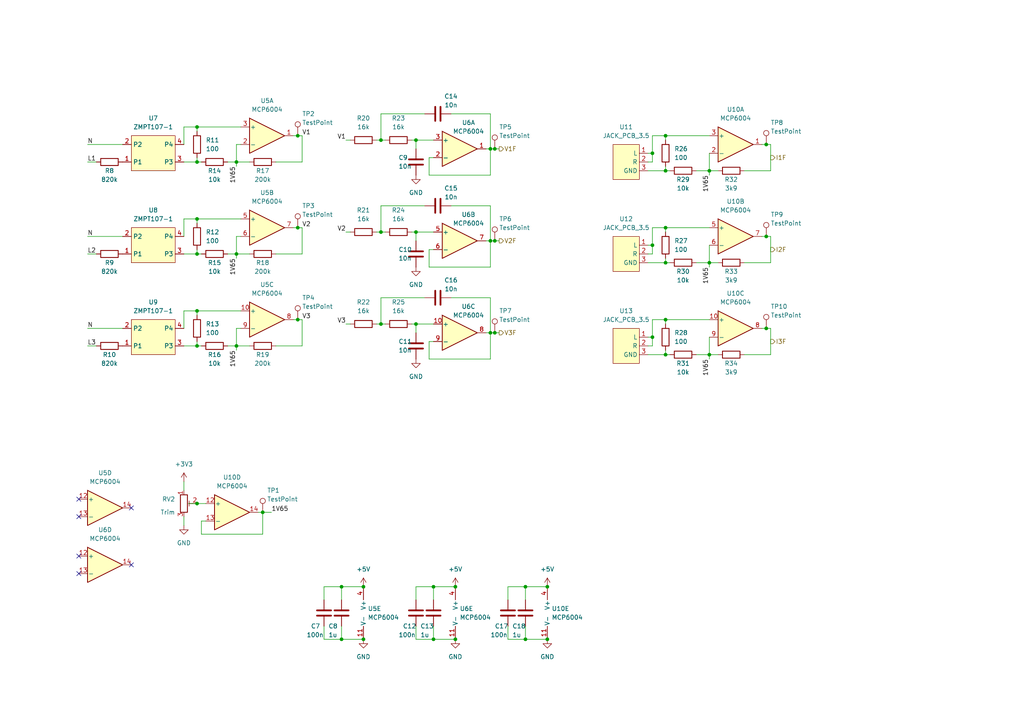
<source format=kicad_sch>
(kicad_sch (version 20211123) (generator eeschema)
  (paper "A4")
  (lib_symbols
    (symbol "Amplifier_Operational:MCP6004" (pin_names (offset 0.127))
      (property "Reference" "U" (at 0 5.08 0))
      (property "Value" "MCP6004" (at 0 -5.08 0))
      (symbol "MCP6004_1_1"
        (polyline (pts (xy -5.08 5.08) (xy 5.08 0) (xy -5.08 -5.08) (xy -5.08 5.08)) (stroke (width 0.254)) (fill (type background)))
        (pin output line (at 7.62 0 180) (length 2.54) (name "~") (number "1"))
        (pin input line (at -7.62 -2.54 0) (length 2.54) (name "-") (number "2"))
        (pin input line (at -7.62 2.54 0) (length 2.54) (name "+") (number "3"))
      )
      (symbol "MCP6004_2_1"
        (polyline (pts (xy -5.08 5.08) (xy 5.08 0) (xy -5.08 -5.08) (xy -5.08 5.08)) (stroke (width 0.254)) (fill (type background)))
        (pin input line (at -7.62 2.54 0) (length 2.54) (name "+") (number "5"))
        (pin input line (at -7.62 -2.54 0) (length 2.54) (name "-") (number "6"))
        (pin output line (at 7.62 0 180) (length 2.54) (name "~") (number "7"))
      )
      (symbol "MCP6004_3_1"
        (polyline (pts (xy -5.08 5.08) (xy 5.08 0) (xy -5.08 -5.08) (xy -5.08 5.08)) (stroke (width 0.254)) (fill (type background)))
        (pin input line (at -7.62 2.54 0) (length 2.54) (name "+") (number "10"))
        (pin output line (at 7.62 0 180) (length 2.54) (name "~") (number "8"))
        (pin input line (at -7.62 -2.54 0) (length 2.54) (name "-") (number "9"))
      )
      (symbol "MCP6004_4_1"
        (polyline (pts (xy -5.08 5.08) (xy 5.08 0) (xy -5.08 -5.08) (xy -5.08 5.08)) (stroke (width 0.254)) (fill (type background)))
        (pin input line (at -7.62 2.54 0) (length 2.54) (name "+") (number "12"))
        (pin input line (at -7.62 -2.54 0) (length 2.54) (name "-") (number "13"))
        (pin output line (at 7.62 0 180) (length 2.54) (name "~") (number "14"))
      )
      (symbol "MCP6004_5_1"
        (pin power_in line (at -2.54 -7.62 90) (length 3.81) (name "V-") (number "11"))
        (pin power_in line (at -2.54 7.62 270) (length 3.81) (name "V+") (number "4"))
      )
    )
    (symbol "Connector:TestPoint" (pin_numbers hide) (pin_names (offset 0.762) hide)
      (property "Reference" "TP" (at 0 6.858 0))
      (property "Value" "TestPoint" (at 0 5.08 0))
      (symbol "TestPoint_0_1"
        (circle (center 0 3.302) (radius 0.762))
      )
      (symbol "TestPoint_1_1"
        (pin passive line (at 0 0 90) (length 2.54) (name "1") (number "1"))
      )
    )
    (symbol "Device:C" (pin_numbers hide) (pin_names (offset 0.254))
      (property "Reference" "C" (at 0.635 2.54 0))
      (property "Value" "C" (at 0.635 -2.54 0))
      (symbol "C_0_1"
        (polyline (pts (xy -2.032 -0.762) (xy 2.032 -0.762)) (stroke (width 0.508)))
        (polyline (pts (xy -2.032 0.762) (xy 2.032 0.762)) (stroke (width 0.508)))
      )
      (symbol "C_1_1"
        (pin passive line (at 0 3.81 270) (length 2.794) (name "~") (number "1"))
        (pin passive line (at 0 -3.81 90) (length 2.794) (name "~") (number "2"))
      )
    )
    (symbol "Device:R" (pin_numbers hide) (pin_names (offset 0))
      (property "Reference" "R" (at 2.032 0 90))
      (property "Value" "R" (at 0 0 90))
      (symbol "R_0_1"
        (rectangle (start -1.016 -2.54) (end 1.016 2.54) (stroke (width 0.254)))
      )
      (symbol "R_1_1"
        (pin passive line (at 0 3.81 270) (length 1.27) (name "~") (number "1"))
        (pin passive line (at 0 -3.81 90) (length 1.27) (name "~") (number "2"))
      )
    )
    (symbol "Device:R_Potentiometer_Trim" (pin_names (offset 1.016) hide)
      (property "Reference" "RV" (at -4.445 0 90))
      (property "Value" "R_Potentiometer_Trim" (at -2.54 0 90))
      (symbol "R_Potentiometer_Trim_0_1"
        (polyline (pts (xy 1.524 0.762) (xy 1.524 -0.762)))
        (polyline (pts (xy 2.54 0) (xy 1.524 0)))
        (rectangle (start 1.016 2.54) (end -1.016 -2.54) (stroke (width 0.254)))
      )
      (symbol "R_Potentiometer_Trim_1_1"
        (pin passive line (at 0 3.81 270) (length 1.27) (name "1") (number "1"))
        (pin passive line (at 3.81 0 180) (length 1.27) (name "2") (number "2"))
        (pin passive line (at 0 -3.81 90) (length 1.27) (name "3") (number "3"))
      )
    )
    (symbol "guille_library:JACK_PCB_3.5"
      (property "Reference" "U" (at 0 6.35 0))
      (property "Value" "JACK_PCB_3.5" (at 0 8.89 0))
      (symbol "JACK_PCB_3.5_0_1"
        (rectangle (start -3.81 5.08) (end 3.81 -5.08) (fill (type background)))
      )
      (symbol "JACK_PCB_3.5_1_1"
        (pin input line (at 6.35 2.54 180) (length 2.54) (name "L") (number "1"))
        (pin input line (at 6.35 0 180) (length 2.54) (name "R") (number "2"))
        (pin passive line (at 6.35 -2.54 180) (length 2.54) (name "GND") (number "3"))
      )
    )
    (symbol "guille_library:ZMPT107-1"
      (property "Reference" "U" (at 0 8.89 0))
      (property "Value" "ZMPT107-1" (at 0 6.35 0))
      (symbol "ZMPT107-1_0_1"
        (rectangle (start -6.35 5.08) (end 6.35 -5.08) (fill (type background)))
      )
      (symbol "ZMPT107-1_1_1"
        (pin passive line (at -8.89 -2.54 0) (length 2.54) (name "P1") (number "1"))
        (pin passive line (at -8.89 2.54 0) (length 2.54) (name "P2") (number "2"))
        (pin passive line (at 8.89 -2.54 180) (length 2.54) (name "P3") (number "3"))
        (pin passive line (at 8.89 2.54 180) (length 2.54) (name "P4") (number "4"))
      )
    )
    (symbol "power:+3V3" (power) (pin_names (offset 0))
      (property "Value" "+3V3" (at 0 3.556 0))
      (symbol "+3V3_0_1"
        (polyline (pts (xy -0.762 1.27) (xy 0 2.54)))
        (polyline (pts (xy 0 0) (xy 0 2.54)))
        (polyline (pts (xy 0 2.54) (xy 0.762 1.27)))
      )
      (symbol "+3V3_1_1"
        (pin power_in line (at 0 0 90) (length 0) hide (name "+3V3") (number "1"))
      )
    )
    (symbol "power:+5V" (power) (pin_names (offset 0))
      (property "Value" "+5V" (at 0 3.556 0))
      (symbol "+5V_0_1"
        (polyline (pts (xy -0.762 1.27) (xy 0 2.54)))
        (polyline (pts (xy 0 0) (xy 0 2.54)))
        (polyline (pts (xy 0 2.54) (xy 0.762 1.27)))
      )
      (symbol "+5V_1_1"
        (pin power_in line (at 0 0 90) (length 0) hide (name "+5V") (number "1"))
      )
    )
    (symbol "power:GND" (power) (pin_names (offset 0))
      (property "Value" "GND" (at 0 -3.81 0))
      (symbol "GND_0_1"
        (polyline (pts (xy 0 0) (xy 0 -1.27) (xy 1.27 -1.27) (xy 0 -2.54) (xy -1.27 -1.27) (xy 0 -1.27)))
      )
      (symbol "GND_1_1"
        (pin power_in line (at 0 0 270) (length 0) hide (name "GND") (number "1"))
      )
    )
  )
  (junction (at 152.4 185.42))
  (junction (at 68.58 46.99))
  (junction (at 142.24 43.18))
  (junction (at 120.65 40.64))
  (junction (at 57.15 46.99))
  (junction (at 99.06 170.18))
  (junction (at 143.51 43.18))
  (junction (at 57.15 63.5))
  (junction (at 205.74 102.87))
  (junction (at 142.24 96.52))
  (junction (at 222.25 95.25))
  (junction (at 193.04 92.71))
  (junction (at 68.58 73.66))
  (junction (at 110.49 40.64))
  (junction (at 57.15 90.17))
  (junction (at 86.36 92.71))
  (junction (at 99.06 185.42))
  (junction (at 193.04 66.04))
  (junction (at 57.15 36.83))
  (junction (at 86.36 66.04))
  (junction (at 57.15 146.05))
  (junction (at 189.23 71.12))
  (junction (at 105.41 170.18))
  (junction (at 142.24 69.85))
  (junction (at 57.15 100.33))
  (junction (at 152.4 170.18))
  (junction (at 76.2 148.59))
  (junction (at 205.74 76.2))
  (junction (at 68.58 100.33))
  (junction (at 189.23 44.45))
  (junction (at 120.65 93.98))
  (junction (at 132.08 170.18))
  (junction (at 143.51 96.52))
  (junction (at 86.36 39.37))
  (junction (at 193.04 76.2))
  (junction (at 120.65 67.31))
  (junction (at 105.41 185.42))
  (junction (at 125.73 185.42))
  (junction (at 222.25 41.91))
  (junction (at 57.15 73.66))
  (junction (at 205.74 49.53))
  (junction (at 193.04 49.53))
  (junction (at 193.04 102.87))
  (junction (at 222.25 68.58))
  (junction (at 110.49 93.98))
  (junction (at 158.75 185.42))
  (junction (at 125.73 170.18))
  (junction (at 193.04 39.37))
  (junction (at 143.51 69.85))
  (junction (at 110.49 67.31))
  (junction (at 158.75 170.18))
  (junction (at 132.08 185.42))
  (junction (at 189.23 97.79))
  (no_connect (at 38.1 163.83))
  (no_connect (at 22.86 149.86))
  (no_connect (at 22.86 161.29))
  (no_connect (at 22.86 166.37))
  (no_connect (at 38.1 147.32))
  (no_connect (at 22.86 144.78))
  (wire (pts (xy 193.04 48.26) (xy 193.04 49.53)))
  (wire (pts (xy 201.93 102.87) (xy 205.74 102.87)))
  (wire (pts (xy 124.46 72.39) (xy 124.46 77.47)))
  (wire (pts (xy 193.04 66.04) (xy 205.74 66.04)))
  (wire (pts (xy 147.32 173.99) (xy 147.32 170.18)))
  (wire (pts (xy 53.34 149.86) (xy 53.34 152.4)))
  (wire (pts (xy 130.81 33.02) (xy 142.24 33.02)))
  (wire (pts (xy 25.4 100.33) (xy 27.94 100.33)))
  (wire (pts (xy 120.65 170.18) (xy 125.73 170.18)))
  (wire (pts (xy 120.65 40.64) (xy 125.73 40.64)))
  (wire (pts (xy 100.33 67.31) (xy 101.6 67.31)))
  (wire (pts (xy 25.4 73.66) (xy 27.94 73.66)))
  (wire (pts (xy 201.93 49.53) (xy 205.74 49.53)))
  (wire (pts (xy 193.04 39.37) (xy 205.74 39.37)))
  (wire (pts (xy 142.24 33.02) (xy 142.24 43.18)))
  (wire (pts (xy 143.51 69.85) (xy 144.78 69.85)))
  (wire (pts (xy 87.63 100.33) (xy 87.63 92.71)))
  (wire (pts (xy 125.73 170.18) (xy 125.73 173.99)))
  (wire (pts (xy 120.65 173.99) (xy 120.65 170.18)))
  (wire (pts (xy 58.42 154.94) (xy 76.2 154.94)))
  (wire (pts (xy 193.04 66.04) (xy 193.04 67.31)))
  (wire (pts (xy 205.74 76.2) (xy 208.28 76.2)))
  (wire (pts (xy 193.04 101.6) (xy 193.04 102.87)))
  (wire (pts (xy 142.24 69.85) (xy 140.97 69.85)))
  (wire (pts (xy 193.04 76.2) (xy 194.31 76.2)))
  (wire (pts (xy 189.23 92.71) (xy 193.04 92.71)))
  (wire (pts (xy 120.65 67.31) (xy 125.73 67.31)))
  (wire (pts (xy 189.23 46.99) (xy 189.23 44.45)))
  (wire (pts (xy 193.04 102.87) (xy 194.31 102.87)))
  (wire (pts (xy 147.32 181.61) (xy 147.32 185.42)))
  (wire (pts (xy 87.63 92.71) (xy 86.36 92.71)))
  (wire (pts (xy 193.04 49.53) (xy 194.31 49.53)))
  (wire (pts (xy 119.38 67.31) (xy 120.65 67.31)))
  (wire (pts (xy 223.52 49.53) (xy 223.52 41.91)))
  (wire (pts (xy 223.52 102.87) (xy 223.52 95.25)))
  (wire (pts (xy 205.74 76.2) (xy 205.74 77.47)))
  (wire (pts (xy 142.24 96.52) (xy 140.97 96.52)))
  (wire (pts (xy 205.74 97.79) (xy 205.74 102.87)))
  (wire (pts (xy 205.74 49.53) (xy 208.28 49.53)))
  (wire (pts (xy 124.46 104.14) (xy 142.24 104.14)))
  (wire (pts (xy 53.34 63.5) (xy 57.15 63.5)))
  (wire (pts (xy 124.46 99.06) (xy 124.46 104.14)))
  (wire (pts (xy 189.23 71.12) (xy 189.23 66.04)))
  (wire (pts (xy 93.98 170.18) (xy 99.06 170.18)))
  (wire (pts (xy 69.85 63.5) (xy 57.15 63.5)))
  (wire (pts (xy 119.38 40.64) (xy 120.65 40.64)))
  (wire (pts (xy 57.15 63.5) (xy 57.15 64.77)))
  (wire (pts (xy 143.51 96.52) (xy 144.78 96.52)))
  (wire (pts (xy 222.25 95.25) (xy 220.98 95.25)))
  (wire (pts (xy 110.49 67.31) (xy 111.76 67.31)))
  (wire (pts (xy 69.85 36.83) (xy 57.15 36.83)))
  (wire (pts (xy 66.04 73.66) (xy 68.58 73.66)))
  (wire (pts (xy 152.4 185.42) (xy 152.4 181.61)))
  (wire (pts (xy 57.15 45.72) (xy 57.15 46.99)))
  (wire (pts (xy 53.34 100.33) (xy 57.15 100.33)))
  (wire (pts (xy 58.42 151.13) (xy 58.42 154.94)))
  (wire (pts (xy 110.49 93.98) (xy 111.76 93.98)))
  (wire (pts (xy 76.2 148.59) (xy 78.74 148.59)))
  (wire (pts (xy 158.75 185.42) (xy 152.4 185.42)))
  (wire (pts (xy 68.58 46.99) (xy 68.58 48.26)))
  (wire (pts (xy 120.65 185.42) (xy 125.73 185.42)))
  (wire (pts (xy 193.04 39.37) (xy 193.04 40.64)))
  (wire (pts (xy 57.15 90.17) (xy 57.15 91.44)))
  (wire (pts (xy 57.15 72.39) (xy 57.15 73.66)))
  (wire (pts (xy 86.36 92.71) (xy 85.09 92.71)))
  (wire (pts (xy 187.96 102.87) (xy 193.04 102.87)))
  (wire (pts (xy 25.4 68.58) (xy 35.56 68.58)))
  (wire (pts (xy 57.15 73.66) (xy 58.42 73.66)))
  (wire (pts (xy 205.74 44.45) (xy 205.74 49.53)))
  (wire (pts (xy 76.2 148.59) (xy 74.93 148.59)))
  (wire (pts (xy 93.98 185.42) (xy 99.06 185.42)))
  (wire (pts (xy 87.63 46.99) (xy 87.63 39.37)))
  (wire (pts (xy 124.46 50.8) (xy 142.24 50.8)))
  (wire (pts (xy 120.65 93.98) (xy 125.73 93.98)))
  (wire (pts (xy 93.98 173.99) (xy 93.98 170.18)))
  (wire (pts (xy 99.06 170.18) (xy 99.06 173.99)))
  (wire (pts (xy 69.85 68.58) (xy 68.58 68.58)))
  (wire (pts (xy 142.24 96.52) (xy 143.51 96.52)))
  (wire (pts (xy 125.73 72.39) (xy 124.46 72.39)))
  (wire (pts (xy 105.41 185.42) (xy 99.06 185.42)))
  (wire (pts (xy 205.74 71.12) (xy 205.74 76.2)))
  (wire (pts (xy 189.23 66.04) (xy 193.04 66.04)))
  (wire (pts (xy 53.34 90.17) (xy 57.15 90.17)))
  (wire (pts (xy 142.24 86.36) (xy 142.24 96.52)))
  (wire (pts (xy 25.4 46.99) (xy 27.94 46.99)))
  (wire (pts (xy 189.23 39.37) (xy 193.04 39.37)))
  (wire (pts (xy 53.34 36.83) (xy 57.15 36.83)))
  (wire (pts (xy 57.15 100.33) (xy 58.42 100.33)))
  (wire (pts (xy 152.4 170.18) (xy 158.75 170.18)))
  (wire (pts (xy 130.81 59.69) (xy 142.24 59.69)))
  (wire (pts (xy 124.46 77.47) (xy 142.24 77.47)))
  (wire (pts (xy 53.34 41.91) (xy 53.34 36.83)))
  (wire (pts (xy 120.65 40.64) (xy 120.65 43.18)))
  (wire (pts (xy 187.96 97.79) (xy 189.23 97.79)))
  (wire (pts (xy 110.49 59.69) (xy 110.49 67.31)))
  (wire (pts (xy 109.22 93.98) (xy 110.49 93.98)))
  (wire (pts (xy 215.9 102.87) (xy 223.52 102.87)))
  (wire (pts (xy 80.01 46.99) (xy 87.63 46.99)))
  (wire (pts (xy 152.4 170.18) (xy 152.4 173.99)))
  (wire (pts (xy 68.58 95.25) (xy 68.58 100.33)))
  (wire (pts (xy 193.04 92.71) (xy 205.74 92.71)))
  (wire (pts (xy 57.15 36.83) (xy 57.15 38.1)))
  (wire (pts (xy 125.73 170.18) (xy 132.08 170.18)))
  (wire (pts (xy 57.15 146.05) (xy 59.69 146.05)))
  (wire (pts (xy 130.81 86.36) (xy 142.24 86.36)))
  (wire (pts (xy 53.34 139.7) (xy 53.34 142.24)))
  (wire (pts (xy 193.04 92.71) (xy 193.04 93.98)))
  (wire (pts (xy 66.04 100.33) (xy 68.58 100.33)))
  (wire (pts (xy 100.33 93.98) (xy 101.6 93.98)))
  (wire (pts (xy 59.69 151.13) (xy 58.42 151.13)))
  (wire (pts (xy 109.22 40.64) (xy 110.49 40.64)))
  (wire (pts (xy 87.63 39.37) (xy 86.36 39.37)))
  (wire (pts (xy 53.34 46.99) (xy 57.15 46.99)))
  (wire (pts (xy 68.58 68.58) (xy 68.58 73.66)))
  (wire (pts (xy 100.33 40.64) (xy 101.6 40.64)))
  (wire (pts (xy 205.74 102.87) (xy 208.28 102.87)))
  (wire (pts (xy 57.15 46.99) (xy 58.42 46.99)))
  (wire (pts (xy 142.24 59.69) (xy 142.24 69.85)))
  (wire (pts (xy 69.85 95.25) (xy 68.58 95.25)))
  (wire (pts (xy 215.9 76.2) (xy 223.52 76.2)))
  (wire (pts (xy 189.23 97.79) (xy 189.23 92.71)))
  (wire (pts (xy 72.39 100.33) (xy 68.58 100.33)))
  (wire (pts (xy 109.22 67.31) (xy 110.49 67.31)))
  (wire (pts (xy 110.49 33.02) (xy 110.49 40.64)))
  (wire (pts (xy 87.63 73.66) (xy 87.63 66.04)))
  (wire (pts (xy 25.4 95.25) (xy 35.56 95.25)))
  (wire (pts (xy 68.58 73.66) (xy 68.58 74.93)))
  (wire (pts (xy 76.2 154.94) (xy 76.2 148.59)))
  (wire (pts (xy 125.73 99.06) (xy 124.46 99.06)))
  (wire (pts (xy 143.51 43.18) (xy 144.78 43.18)))
  (wire (pts (xy 205.74 49.53) (xy 205.74 50.8)))
  (wire (pts (xy 142.24 43.18) (xy 140.97 43.18)))
  (wire (pts (xy 110.49 33.02) (xy 123.19 33.02)))
  (wire (pts (xy 205.74 102.87) (xy 205.74 104.14)))
  (wire (pts (xy 110.49 40.64) (xy 111.76 40.64)))
  (wire (pts (xy 147.32 170.18) (xy 152.4 170.18)))
  (wire (pts (xy 187.96 46.99) (xy 189.23 46.99)))
  (wire (pts (xy 93.98 181.61) (xy 93.98 185.42)))
  (wire (pts (xy 223.52 68.58) (xy 222.25 68.58)))
  (wire (pts (xy 99.06 185.42) (xy 99.06 181.61)))
  (wire (pts (xy 110.49 59.69) (xy 123.19 59.69)))
  (wire (pts (xy 69.85 90.17) (xy 57.15 90.17)))
  (wire (pts (xy 215.9 49.53) (xy 223.52 49.53)))
  (wire (pts (xy 189.23 73.66) (xy 189.23 71.12)))
  (wire (pts (xy 68.58 100.33) (xy 68.58 101.6)))
  (wire (pts (xy 68.58 41.91) (xy 68.58 46.99)))
  (wire (pts (xy 187.96 73.66) (xy 189.23 73.66)))
  (wire (pts (xy 187.96 100.33) (xy 189.23 100.33)))
  (wire (pts (xy 72.39 46.99) (xy 68.58 46.99)))
  (wire (pts (xy 142.24 50.8) (xy 142.24 43.18)))
  (wire (pts (xy 201.93 76.2) (xy 205.74 76.2)))
  (wire (pts (xy 124.46 45.72) (xy 124.46 50.8)))
  (wire (pts (xy 57.15 99.06) (xy 57.15 100.33)))
  (wire (pts (xy 99.06 170.18) (xy 105.41 170.18)))
  (wire (pts (xy 125.73 185.42) (xy 125.73 181.61)))
  (wire (pts (xy 187.96 71.12) (xy 189.23 71.12)))
  (wire (pts (xy 80.01 73.66) (xy 87.63 73.66)))
  (wire (pts (xy 53.34 73.66) (xy 57.15 73.66)))
  (wire (pts (xy 189.23 100.33) (xy 189.23 97.79)))
  (wire (pts (xy 69.85 41.91) (xy 68.58 41.91)))
  (wire (pts (xy 80.01 100.33) (xy 87.63 100.33)))
  (wire (pts (xy 110.49 86.36) (xy 110.49 93.98)))
  (wire (pts (xy 142.24 77.47) (xy 142.24 69.85)))
  (wire (pts (xy 187.96 49.53) (xy 193.04 49.53)))
  (wire (pts (xy 53.34 68.58) (xy 53.34 63.5)))
  (wire (pts (xy 66.04 46.99) (xy 68.58 46.99)))
  (wire (pts (xy 87.63 66.04) (xy 86.36 66.04)))
  (wire (pts (xy 187.96 44.45) (xy 189.23 44.45)))
  (wire (pts (xy 147.32 185.42) (xy 152.4 185.42)))
  (wire (pts (xy 187.96 76.2) (xy 193.04 76.2)))
  (wire (pts (xy 132.08 185.42) (xy 125.73 185.42)))
  (wire (pts (xy 223.52 95.25) (xy 222.25 95.25)))
  (wire (pts (xy 110.49 86.36) (xy 123.19 86.36)))
  (wire (pts (xy 222.25 68.58) (xy 220.98 68.58)))
  (wire (pts (xy 25.4 41.91) (xy 35.56 41.91)))
  (wire (pts (xy 119.38 93.98) (xy 120.65 93.98)))
  (wire (pts (xy 189.23 44.45) (xy 189.23 39.37)))
  (wire (pts (xy 193.04 74.93) (xy 193.04 76.2)))
  (wire (pts (xy 223.52 41.91) (xy 222.25 41.91)))
  (wire (pts (xy 142.24 69.85) (xy 143.51 69.85)))
  (wire (pts (xy 120.65 93.98) (xy 120.65 96.52)))
  (wire (pts (xy 142.24 43.18) (xy 143.51 43.18)))
  (wire (pts (xy 54.61 146.05) (xy 57.15 146.05)))
  (wire (pts (xy 53.34 95.25) (xy 53.34 90.17)))
  (wire (pts (xy 86.36 39.37) (xy 85.09 39.37)))
  (wire (pts (xy 120.65 67.31) (xy 120.65 69.85)))
  (wire (pts (xy 72.39 73.66) (xy 68.58 73.66)))
  (wire (pts (xy 142.24 104.14) (xy 142.24 96.52)))
  (wire (pts (xy 125.73 45.72) (xy 124.46 45.72)))
  (wire (pts (xy 223.52 76.2) (xy 223.52 68.58)))
  (wire (pts (xy 120.65 181.61) (xy 120.65 185.42)))
  (wire (pts (xy 222.25 41.91) (xy 220.98 41.91)))
  (wire (pts (xy 86.36 66.04) (xy 85.09 66.04)))
  (label "N" (at 25.4 95.25 0))
  (label "V1" (at 100.33 40.64 180))
  (label "V2" (at 87.63 66.04 0))
  (label "1V65" (at 78.74 148.59 0))
  (label "N" (at 25.4 68.58 0))
  (label "1V65" (at 205.74 77.47 270))
  (label "V3" (at 100.33 93.98 180))
  (label "1V65" (at 205.74 50.8 270))
  (label "1V65" (at 205.74 104.14 270))
  (label "V2" (at 100.33 67.31 180))
  (label "L2" (at 25.4 73.66 0))
  (label "N" (at 25.4 41.91 0))
  (label "V3" (at 87.63 92.71 0))
  (label "1V65" (at 68.58 74.93 270))
  (label "1V65" (at 68.58 101.6 270))
  (label "V1" (at 87.63 39.37 0))
  (label "1V65" (at 68.58 48.26 270))
  (label "L3" (at 25.4 100.33 0))
  (label "L1" (at 25.4 46.99 0))
  (hierarchical_label "I2F" (shape output) (at 223.52 72.39 0))
  (hierarchical_label "V2F" (shape output) (at 144.78 69.85 0))
  (hierarchical_label "I3F" (shape output) (at 223.52 99.06 0))
  (hierarchical_label "V1F" (shape output) (at 144.78 43.18 0))
  (hierarchical_label "I1F" (shape output) (at 223.52 45.72 0))
  (hierarchical_label "V3F" (shape output) (at 144.78 96.52 0))
  (symbol (lib_id "power:GND") (at 105.41 185.42 0) (unit 1)
    (property "Reference" "#PWR024" (effects hide))
    (property "Value" "GND" (at 105.41 190.5 0))
  )
  (symbol (lib_id "Amplifier_Operational:MCP6004") (at 67.31 148.59 0) (unit 4)
    (property "Reference" "U10" (at 67.31 138.43 0))
    (property "Value" "MCP6004" (at 67.31 140.97 0))
    (property "Footprint" "Package_SO:TSSOP-14_4.4x5mm_P0.65mm" (effects hide))
    (property "Datasheet" "http://ww1.microchip.com/downloads/en/DeviceDoc/21733j.pdf" (effects hide))
  )
  (symbol (lib_id "Device:R") (at 57.15 41.91 0) (unit 1)
    (property "Reference" "R11" (at 59.69 40.6399 0) (effects (justify left)))
    (property "Value" "100" (at 59.69 43.1799 0) (effects (justify left)))
    (property "Footprint" "Resistor_SMD:R_0402_1005Metric" (effects hide))
  )
  (symbol (lib_id "Amplifier_Operational:MCP6004") (at 107.95 177.8 0) (unit 5)
    (property "Reference" "U5" (at 106.68 176.5299 0) (effects (justify left)))
    (property "Value" "MCP6004" (at 106.68 179.0699 0) (effects (justify left)))
    (property "Footprint" "Package_SO:TSSOP-14_4.4x5mm_P0.65mm" (effects hide))
    (property "Datasheet" "http://ww1.microchip.com/downloads/en/DeviceDoc/21733j.pdf" (effects hide))
  )
  (symbol (lib_id "Device:R") (at 193.04 44.45 0) (unit 1)
    (property "Reference" "R26" (at 195.58 43.1799 0) (effects (justify left)))
    (property "Value" "100" (at 195.58 45.7199 0) (effects (justify left)))
    (property "Footprint" "Resistor_SMD:R_0402_1005Metric" (effects hide))
  )
  (symbol (lib_id "Connector:TestPoint") (at 222.25 68.58 0) (unit 1)
    (property "Reference" "TP9" (at 223.52 62.23 0) (effects (justify left)))
    (property "Value" "TestPoint" (at 223.52 64.77 0) (effects (justify left)))
    (property "Footprint" "TestPoint:TestPoint_Pad_D1.5mm" (effects hide))
  )
  (symbol (lib_id "Device:R") (at 198.12 102.87 90) (unit 1)
    (property "Reference" "R31" (at 198.12 105.41 90))
    (property "Value" "10k" (at 198.12 107.95 90))
    (property "Footprint" "Resistor_SMD:R_0402_1005Metric" (effects hide))
  )
  (symbol (lib_id "Device:R") (at 31.75 46.99 90) (unit 1)
    (property "Reference" "R8" (at 31.75 49.53 90))
    (property "Value" "820k" (at 31.75 52.07 90))
    (property "Footprint" "Resistor_THT:R_Axial_DIN0207_L6.3mm_D2.5mm_P7.62mm_Horizontal" (effects hide))
  )
  (symbol (lib_id "power:+5V") (at 105.41 170.18 0) (unit 1)
    (property "Reference" "#PWR023" (effects hide))
    (property "Value" "+5V" (at 105.41 165.1 0))
  )
  (symbol (lib_id "Device:R") (at 212.09 102.87 90) (unit 1)
    (property "Reference" "R34" (at 212.09 105.41 90))
    (property "Value" "3k9" (at 212.09 107.95 90))
    (property "Footprint" "Resistor_SMD:R_0402_1005Metric" (effects hide))
  )
  (symbol (lib_id "Device:R") (at 57.15 95.25 0) (unit 1)
    (property "Reference" "R13" (at 59.69 93.9799 0) (effects (justify left)))
    (property "Value" "100" (at 59.69 96.5199 0) (effects (justify left)))
    (property "Footprint" "Resistor_SMD:R_0402_1005Metric" (effects hide))
  )
  (symbol (lib_id "Device:R") (at 31.75 100.33 90) (unit 1)
    (property "Reference" "R10" (at 31.75 102.87 90))
    (property "Value" "820k" (at 31.75 105.41 90))
    (property "Footprint" "Resistor_THT:R_Axial_DIN0207_L6.3mm_D2.5mm_P7.62mm_Horizontal" (effects hide))
  )
  (symbol (lib_id "power:GND") (at 53.34 152.4 0) (unit 1)
    (property "Reference" "#PWR022" (effects hide))
    (property "Value" "GND" (at 53.34 157.48 0))
  )
  (symbol (lib_id "Amplifier_Operational:MCP6004") (at 77.47 92.71 0) (unit 3)
    (property "Reference" "U5" (at 77.47 82.55 0))
    (property "Value" "MCP6004" (at 77.47 85.09 0))
    (property "Footprint" "Package_SO:TSSOP-14_4.4x5mm_P0.65mm" (effects hide))
    (property "Datasheet" "http://ww1.microchip.com/downloads/en/DeviceDoc/21733j.pdf" (effects hide))
  )
  (symbol (lib_id "guille_library:ZMPT107-1") (at 44.45 44.45 0) (unit 1)
    (property "Reference" "U7" (at 44.45 34.29 0))
    (property "Value" "ZMPT107-1" (at 44.45 36.83 0))
    (property "Footprint" "guille_library:ZMPT107-1" (effects hide))
  )
  (symbol (lib_id "Amplifier_Operational:MCP6004") (at 161.29 177.8 0) (unit 5)
    (property "Reference" "U10" (at 160.02 176.5299 0) (effects (justify left)))
    (property "Value" "MCP6004" (at 160.02 179.0699 0) (effects (justify left)))
    (property "Footprint" "Package_SO:TSSOP-14_4.4x5mm_P0.65mm" (effects hide))
    (property "Datasheet" "http://ww1.microchip.com/downloads/en/DeviceDoc/21733j.pdf" (effects hide))
  )
  (symbol (lib_id "Device:C") (at 120.65 46.99 180) (unit 1)
    (property "Reference" "C9" (at 115.57 45.72 0) (effects (justify right)))
    (property "Value" "10n" (at 115.57 48.26 0) (effects (justify right)))
    (property "Footprint" "Capacitor_SMD:C_0402_1005Metric" (effects hide))
  )
  (symbol (lib_id "Device:R_Potentiometer_Trim") (at 53.34 146.05 0) (unit 1)
    (property "Reference" "RV2" (at 50.8 144.7799 0) (effects (justify right)))
    (property "Value" "Trim" (at 50.8 148.59 0) (effects (justify right)))
    (property "Footprint" "Potentiometer_THT:Potentiometer_Bourns_3296W_Vertical" (effects hide))
  )
  (symbol (lib_id "Device:C") (at 120.65 100.33 180) (unit 1)
    (property "Reference" "C11" (at 115.57 99.06 0) (effects (justify right)))
    (property "Value" "10n" (at 115.57 101.6 0) (effects (justify right)))
    (property "Footprint" "Capacitor_SMD:C_0402_1005Metric" (effects hide))
  )
  (symbol (lib_id "Connector:TestPoint") (at 143.51 69.85 0) (unit 1)
    (property "Reference" "TP6" (at 144.78 63.5 0) (effects (justify left)))
    (property "Value" "TestPoint" (at 144.78 66.04 0) (effects (justify left)))
    (property "Footprint" "TestPoint:TestPoint_Pad_D1.5mm" (effects hide))
  )
  (symbol (lib_id "Device:R") (at 62.23 100.33 90) (unit 1)
    (property "Reference" "R16" (at 62.23 102.87 90))
    (property "Value" "10k" (at 62.23 105.41 90))
    (property "Footprint" "Resistor_SMD:R_0402_1005Metric" (effects hide))
  )
  (symbol (lib_id "Device:R") (at 62.23 73.66 90) (unit 1)
    (property "Reference" "R15" (at 62.23 76.2 90))
    (property "Value" "10k" (at 62.23 78.74 90))
    (property "Footprint" "Resistor_SMD:R_0402_1005Metric" (effects hide))
  )
  (symbol (lib_id "Device:R") (at 105.41 40.64 90) (unit 1)
    (property "Reference" "R20" (at 105.41 34.29 90))
    (property "Value" "16k" (at 105.41 36.83 90))
    (property "Footprint" "Resistor_SMD:R_0402_1005Metric" (effects hide))
  )
  (symbol (lib_id "Device:R") (at 76.2 100.33 90) (unit 1)
    (property "Reference" "R19" (at 76.2 102.87 90))
    (property "Value" "200k" (at 76.2 105.41 90))
    (property "Footprint" "Resistor_SMD:R_0402_1005Metric" (effects hide))
  )
  (symbol (lib_id "Device:C") (at 152.4 177.8 0) (unit 1)
    (property "Reference" "C18" (at 148.59 181.61 0) (effects (justify left)))
    (property "Value" "1u" (at 148.59 184.15 0) (effects (justify left)))
    (property "Footprint" "Capacitor_SMD:C_0402_1005Metric" (effects hide))
  )
  (symbol (lib_id "Connector:TestPoint") (at 76.2 148.59 0) (unit 1)
    (property "Reference" "TP1" (at 77.47 142.24 0) (effects (justify left)))
    (property "Value" "TestPoint" (at 77.47 144.78 0) (effects (justify left)))
    (property "Footprint" "TestPoint:TestPoint_Pad_D1.5mm" (effects hide))
  )
  (symbol (lib_id "power:+3V3") (at 53.34 139.7 0) (unit 1)
    (property "Reference" "#PWR021" (effects hide))
    (property "Value" "+3V3" (at 53.34 134.62 0))
  )
  (symbol (lib_id "Device:R") (at 115.57 93.98 90) (unit 1)
    (property "Reference" "R25" (at 115.57 87.63 90))
    (property "Value" "16k" (at 115.57 90.17 90))
    (property "Footprint" "Resistor_SMD:R_0402_1005Metric" (effects hide))
  )
  (symbol (lib_id "guille_library:ZMPT107-1") (at 44.45 97.79 0) (unit 1)
    (property "Reference" "U9" (at 44.45 87.63 0))
    (property "Value" "ZMPT107-1" (at 44.45 90.17 0))
    (property "Footprint" "guille_library:ZMPT107-1" (effects hide))
  )
  (symbol (lib_id "Device:C") (at 127 33.02 90) (unit 1)
    (property "Reference" "C14" (at 130.81 27.94 90))
    (property "Value" "10n" (at 130.81 30.48 90))
    (property "Footprint" "Capacitor_SMD:C_0402_1005Metric" (effects hide))
  )
  (symbol (lib_id "Amplifier_Operational:MCP6004") (at 213.36 95.25 0) (unit 3)
    (property "Reference" "U10" (at 213.36 85.09 0))
    (property "Value" "MCP6004" (at 213.36 87.63 0))
    (property "Footprint" "Package_SO:TSSOP-14_4.4x5mm_P0.65mm" (effects hide))
    (property "Datasheet" "http://ww1.microchip.com/downloads/en/DeviceDoc/21733j.pdf" (effects hide))
  )
  (symbol (lib_id "Connector:TestPoint") (at 86.36 39.37 0) (unit 1)
    (property "Reference" "TP2" (at 87.63 33.02 0) (effects (justify left)))
    (property "Value" "TestPoint" (at 87.63 35.56 0) (effects (justify left)))
    (property "Footprint" "TestPoint:TestPoint_Pad_D1.5mm" (effects hide))
  )
  (symbol (lib_id "guille_library:JACK_PCB_3.5") (at 181.61 73.66 0) (unit 1)
    (property "Reference" "U12" (at 181.61 63.5 0))
    (property "Value" "JACK_PCB_3.5" (at 181.61 66.04 0))
    (property "Footprint" "guille_library:JACK_PCB_3.5" (effects hide))
  )
  (symbol (lib_id "Device:R") (at 76.2 73.66 90) (unit 1)
    (property "Reference" "R18" (at 76.2 76.2 90))
    (property "Value" "200k" (at 76.2 78.74 90))
    (property "Footprint" "Resistor_SMD:R_0402_1005Metric" (effects hide))
  )
  (symbol (lib_id "Amplifier_Operational:MCP6004") (at 133.35 43.18 0) (unit 1)
    (property "Reference" "U6" (at 135.89 35.56 0))
    (property "Value" "MCP6004" (at 135.89 38.1 0))
    (property "Footprint" "Package_SO:TSSOP-14_4.4x5mm_P0.65mm" (effects hide))
    (property "Datasheet" "http://ww1.microchip.com/downloads/en/DeviceDoc/21733j.pdf" (effects hide))
  )
  (symbol (lib_id "Device:R") (at 105.41 67.31 90) (unit 1)
    (property "Reference" "R21" (at 105.41 60.96 90))
    (property "Value" "16k" (at 105.41 63.5 90))
    (property "Footprint" "Resistor_SMD:R_0402_1005Metric" (effects hide))
  )
  (symbol (lib_id "Device:C") (at 147.32 177.8 0) (unit 1)
    (property "Reference" "C17" (at 143.51 181.61 0) (effects (justify left)))
    (property "Value" "100n" (at 142.24 184.15 0) (effects (justify left)))
    (property "Footprint" "Capacitor_SMD:C_0402_1005Metric" (effects hide))
  )
  (symbol (lib_id "Connector:TestPoint") (at 222.25 41.91 0) (unit 1)
    (property "Reference" "TP8" (at 223.52 35.56 0) (effects (justify left)))
    (property "Value" "TestPoint" (at 223.52 38.1 0) (effects (justify left)))
    (property "Footprint" "TestPoint:TestPoint_Pad_D1.5mm" (effects hide))
  )
  (symbol (lib_id "Device:R") (at 115.57 40.64 90) (unit 1)
    (property "Reference" "R23" (at 115.57 34.29 90))
    (property "Value" "16k" (at 115.57 36.83 90))
    (property "Footprint" "Resistor_SMD:R_0402_1005Metric" (effects hide))
  )
  (symbol (lib_id "Device:R") (at 198.12 49.53 90) (unit 1)
    (property "Reference" "R29" (at 198.12 52.07 90))
    (property "Value" "10k" (at 198.12 54.61 90))
    (property "Footprint" "Resistor_SMD:R_0402_1005Metric" (effects hide))
  )
  (symbol (lib_id "Connector:TestPoint") (at 86.36 92.71 0) (unit 1)
    (property "Reference" "TP4" (at 87.63 86.36 0) (effects (justify left)))
    (property "Value" "TestPoint" (at 87.63 88.9 0) (effects (justify left)))
    (property "Footprint" "TestPoint:TestPoint_Pad_D1.5mm" (effects hide))
  )
  (symbol (lib_id "power:GND") (at 120.65 104.14 0) (unit 1)
    (property "Reference" "#PWR027" (effects hide))
    (property "Value" "GND" (at 120.65 109.22 0))
  )
  (symbol (lib_id "Device:C") (at 127 59.69 90) (unit 1)
    (property "Reference" "C15" (at 130.81 54.61 90))
    (property "Value" "10n" (at 130.81 57.15 90))
    (property "Footprint" "Capacitor_SMD:C_0402_1005Metric" (effects hide))
  )
  (symbol (lib_id "Device:R") (at 62.23 46.99 90) (unit 1)
    (property "Reference" "R14" (at 62.23 49.53 90))
    (property "Value" "10k" (at 62.23 52.07 90))
    (property "Footprint" "Resistor_SMD:R_0402_1005Metric" (effects hide))
  )
  (symbol (lib_id "Device:R") (at 57.15 68.58 0) (unit 1)
    (property "Reference" "R12" (at 59.69 67.3099 0) (effects (justify left)))
    (property "Value" "100" (at 59.69 69.8499 0) (effects (justify left)))
    (property "Footprint" "Resistor_SMD:R_0402_1005Metric" (effects hide))
  )
  (symbol (lib_id "guille_library:JACK_PCB_3.5") (at 181.61 100.33 0) (unit 1)
    (property "Reference" "U13" (at 181.61 90.17 0))
    (property "Value" "JACK_PCB_3.5" (at 181.61 92.71 0))
    (property "Footprint" "guille_library:JACK_PCB_3.5" (effects hide))
  )
  (symbol (lib_id "Amplifier_Operational:MCP6004") (at 77.47 39.37 0) (unit 1)
    (property "Reference" "U5" (at 77.47 29.21 0))
    (property "Value" "MCP6004" (at 77.47 31.75 0))
    (property "Footprint" "Package_SO:TSSOP-14_4.4x5mm_P0.65mm" (effects hide))
    (property "Datasheet" "http://ww1.microchip.com/downloads/en/DeviceDoc/21733j.pdf" (effects hide))
  )
  (symbol (lib_id "Device:C") (at 99.06 177.8 0) (unit 1)
    (property "Reference" "C8" (at 95.25 181.61 0) (effects (justify left)))
    (property "Value" "1u" (at 95.25 184.15 0) (effects (justify left)))
    (property "Footprint" "Capacitor_SMD:C_0402_1005Metric" (effects hide))
  )
  (symbol (lib_id "power:+5V") (at 158.75 170.18 0) (unit 1)
    (property "Reference" "#PWR030" (effects hide))
    (property "Value" "+5V" (at 158.75 165.1 0))
  )
  (symbol (lib_id "Amplifier_Operational:MCP6004") (at 134.62 177.8 0) (unit 5)
    (property "Reference" "U6" (at 133.35 176.5299 0) (effects (justify left)))
    (property "Value" "MCP6004" (at 133.35 179.0699 0) (effects (justify left)))
    (property "Footprint" "Package_SO:TSSOP-14_4.4x5mm_P0.65mm" (effects hide))
    (property "Datasheet" "http://ww1.microchip.com/downloads/en/DeviceDoc/21733j.pdf" (effects hide))
  )
  (symbol (lib_id "Connector:TestPoint") (at 143.51 43.18 0) (unit 1)
    (property "Reference" "TP5" (at 144.78 36.83 0) (effects (justify left)))
    (property "Value" "TestPoint" (at 144.78 39.37 0) (effects (justify left)))
    (property "Footprint" "TestPoint:TestPoint_Pad_D1.5mm" (effects hide))
  )
  (symbol (lib_id "Device:R") (at 193.04 97.79 0) (unit 1)
    (property "Reference" "R28" (at 195.58 96.5199 0) (effects (justify left)))
    (property "Value" "100" (at 195.58 99.0599 0) (effects (justify left)))
    (property "Footprint" "Resistor_SMD:R_0402_1005Metric" (effects hide))
  )
  (symbol (lib_id "Device:C") (at 127 86.36 90) (unit 1)
    (property "Reference" "C16" (at 130.81 81.28 90))
    (property "Value" "10n" (at 130.81 83.82 90))
    (property "Footprint" "Capacitor_SMD:C_0402_1005Metric" (effects hide))
  )
  (symbol (lib_id "Amplifier_Operational:MCP6004") (at 30.48 147.32 0) (unit 4)
    (property "Reference" "U5" (at 30.48 137.16 0))
    (property "Value" "MCP6004" (at 30.48 139.7 0))
    (property "Footprint" "Package_SO:TSSOP-14_4.4x5mm_P0.65mm" (effects hide))
    (property "Datasheet" "http://ww1.microchip.com/downloads/en/DeviceDoc/21733j.pdf" (effects hide))
  )
  (symbol (lib_id "guille_library:JACK_PCB_3.5") (at 181.61 46.99 0) (unit 1)
    (property "Reference" "U11" (at 181.61 36.83 0))
    (property "Value" "JACK_PCB_3.5" (at 181.61 39.37 0))
    (property "Footprint" "guille_library:JACK_PCB_3.5" (effects hide))
  )
  (symbol (lib_id "Device:C") (at 120.65 177.8 0) (unit 1)
    (property "Reference" "C12" (at 116.84 181.61 0) (effects (justify left)))
    (property "Value" "100n" (at 115.57 184.15 0) (effects (justify left)))
    (property "Footprint" "Capacitor_SMD:C_0402_1005Metric" (effects hide))
  )
  (symbol (lib_id "Connector:TestPoint") (at 86.36 66.04 0) (unit 1)
    (property "Reference" "TP3" (at 87.63 59.69 0) (effects (justify left)))
    (property "Value" "TestPoint" (at 87.63 62.23 0) (effects (justify left)))
    (property "Footprint" "TestPoint:TestPoint_Pad_D1.5mm" (effects hide))
  )
  (symbol (lib_id "Amplifier_Operational:MCP6004") (at 213.36 68.58 0) (unit 2)
    (property "Reference" "U10" (at 213.36 58.42 0))
    (property "Value" "MCP6004" (at 213.36 60.96 0))
    (property "Footprint" "Package_SO:TSSOP-14_4.4x5mm_P0.65mm" (effects hide))
    (property "Datasheet" "http://ww1.microchip.com/downloads/en/DeviceDoc/21733j.pdf" (effects hide))
  )
  (symbol (lib_id "power:+5V") (at 132.08 170.18 0) (unit 1)
    (property "Reference" "#PWR028" (effects hide))
    (property "Value" "+5V" (at 132.08 165.1 0))
  )
  (symbol (lib_id "Device:R") (at 193.04 71.12 0) (unit 1)
    (property "Reference" "R27" (at 195.58 69.8499 0) (effects (justify left)))
    (property "Value" "100" (at 195.58 72.3899 0) (effects (justify left)))
    (property "Footprint" "Resistor_SMD:R_0402_1005Metric" (effects hide))
  )
  (symbol (lib_id "Amplifier_Operational:MCP6004") (at 133.35 96.52 0) (unit 3)
    (property "Reference" "U6" (at 135.89 88.9 0))
    (property "Value" "MCP6004" (at 135.89 91.44 0))
    (property "Footprint" "Package_SO:TSSOP-14_4.4x5mm_P0.65mm" (effects hide))
    (property "Datasheet" "http://ww1.microchip.com/downloads/en/DeviceDoc/21733j.pdf" (effects hide))
  )
  (symbol (lib_id "power:GND") (at 120.65 50.8 0) (unit 1)
    (property "Reference" "#PWR025" (effects hide))
    (property "Value" "GND" (at 120.65 55.88 0))
  )
  (symbol (lib_id "Device:R") (at 212.09 76.2 90) (unit 1)
    (property "Reference" "R33" (at 212.09 78.74 90))
    (property "Value" "3k9" (at 212.09 81.28 90))
    (property "Footprint" "Resistor_SMD:R_0402_1005Metric" (effects hide))
  )
  (symbol (lib_id "Device:C") (at 93.98 177.8 0) (unit 1)
    (property "Reference" "C7" (at 90.17 181.61 0) (effects (justify left)))
    (property "Value" "100n" (at 88.9 184.15 0) (effects (justify left)))
    (property "Footprint" "Capacitor_SMD:C_0402_1005Metric" (effects hide))
  )
  (symbol (lib_id "Device:R") (at 76.2 46.99 90) (unit 1)
    (property "Reference" "R17" (at 76.2 49.53 90))
    (property "Value" "200k" (at 76.2 52.07 90))
    (property "Footprint" "Resistor_SMD:R_0402_1005Metric" (effects hide))
  )
  (symbol (lib_id "Amplifier_Operational:MCP6004") (at 77.47 66.04 0) (unit 2)
    (property "Reference" "U5" (at 77.47 55.88 0))
    (property "Value" "MCP6004" (at 77.47 58.42 0))
    (property "Footprint" "Package_SO:TSSOP-14_4.4x5mm_P0.65mm" (effects hide))
    (property "Datasheet" "http://ww1.microchip.com/downloads/en/DeviceDoc/21733j.pdf" (effects hide))
  )
  (symbol (lib_id "power:GND") (at 120.65 77.47 0) (unit 1)
    (property "Reference" "#PWR026" (effects hide))
    (property "Value" "GND" (at 120.65 82.55 0))
  )
  (symbol (lib_id "Device:R") (at 198.12 76.2 90) (unit 1)
    (property "Reference" "R30" (at 198.12 78.74 90))
    (property "Value" "10k" (at 198.12 81.28 90))
    (property "Footprint" "Resistor_SMD:R_0402_1005Metric" (effects hide))
  )
  (symbol (lib_id "Device:R") (at 105.41 93.98 90) (unit 1)
    (property "Reference" "R22" (at 105.41 87.63 90))
    (property "Value" "16k" (at 105.41 90.17 90))
    (property "Footprint" "Resistor_SMD:R_0402_1005Metric" (effects hide))
  )
  (symbol (lib_id "Device:C") (at 125.73 177.8 0) (unit 1)
    (property "Reference" "C13" (at 121.92 181.61 0) (effects (justify left)))
    (property "Value" "1u" (at 121.92 184.15 0) (effects (justify left)))
    (property "Footprint" "Capacitor_SMD:C_0402_1005Metric" (effects hide))
  )
  (symbol (lib_id "guille_library:ZMPT107-1") (at 44.45 71.12 0) (unit 1)
    (property "Reference" "U8" (at 44.45 60.96 0))
    (property "Value" "ZMPT107-1" (at 44.45 63.5 0))
    (property "Footprint" "guille_library:ZMPT107-1" (effects hide))
  )
  (symbol (lib_id "Device:R") (at 115.57 67.31 90) (unit 1)
    (property "Reference" "R24" (at 115.57 60.96 90))
    (property "Value" "16k" (at 115.57 63.5 90))
    (property "Footprint" "Resistor_SMD:R_0402_1005Metric" (effects hide))
  )
  (symbol (lib_id "Amplifier_Operational:MCP6004") (at 133.35 69.85 0) (unit 2)
    (property "Reference" "U6" (at 135.89 62.23 0))
    (property "Value" "MCP6004" (at 135.89 64.77 0))
    (property "Footprint" "Package_SO:TSSOP-14_4.4x5mm_P0.65mm" (effects hide))
    (property "Datasheet" "http://ww1.microchip.com/downloads/en/DeviceDoc/21733j.pdf" (effects hide))
  )
  (symbol (lib_id "Device:R") (at 31.75 73.66 90) (unit 1)
    (property "Reference" "R9" (at 31.75 76.2 90))
    (property "Value" "820k" (at 31.75 78.74 90))
    (property "Footprint" "Resistor_THT:R_Axial_DIN0207_L6.3mm_D2.5mm_P7.62mm_Horizontal" (effects hide))
  )
  (symbol (lib_id "Connector:TestPoint") (at 143.51 96.52 0) (unit 1)
    (property "Reference" "TP7" (at 144.78 90.17 0) (effects (justify left)))
    (property "Value" "TestPoint" (at 144.78 92.71 0) (effects (justify left)))
    (property "Footprint" "TestPoint:TestPoint_Pad_D1.5mm" (effects hide))
  )
  (symbol (lib_id "Amplifier_Operational:MCP6004") (at 30.48 163.83 0) (unit 4)
    (property "Reference" "U6" (at 30.48 153.67 0))
    (property "Value" "MCP6004" (at 30.48 156.21 0))
    (property "Footprint" "Package_SO:TSSOP-14_4.4x5mm_P0.65mm" (effects hide))
    (property "Datasheet" "http://ww1.microchip.com/downloads/en/DeviceDoc/21733j.pdf" (effects hide))
  )
  (symbol (lib_id "Amplifier_Operational:MCP6004") (at 213.36 41.91 0) (unit 1)
    (property "Reference" "U10" (at 213.36 31.75 0))
    (property "Value" "MCP6004" (at 213.36 34.29 0))
    (property "Footprint" "Package_SO:TSSOP-14_4.4x5mm_P0.65mm" (effects hide))
    (property "Datasheet" "http://ww1.microchip.com/downloads/en/DeviceDoc/21733j.pdf" (effects hide))
  )
  (symbol (lib_id "Device:C") (at 120.65 73.66 180) (unit 1)
    (property "Reference" "C10" (at 115.57 72.39 0) (effects (justify right)))
    (property "Value" "10n" (at 115.57 74.93 0) (effects (justify right)))
    (property "Footprint" "Capacitor_SMD:C_0402_1005Metric" (effects hide))
  )
  (symbol (lib_id "power:GND") (at 132.08 185.42 0) (unit 1)
    (property "Reference" "#PWR029" (effects hide))
    (property "Value" "GND" (at 132.08 190.5 0))
  )
  (symbol (lib_id "Device:R") (at 212.09 49.53 90) (unit 1)
    (property "Reference" "R32" (at 212.09 52.07 90))
    (property "Value" "3k9" (at 212.09 54.61 90))
    (property "Footprint" "Resistor_SMD:R_0402_1005Metric" (effects hide))
  )
  (symbol (lib_id "power:GND") (at 158.75 185.42 0) (unit 1)
    (property "Reference" "#PWR031" (effects hide))
    (property "Value" "GND" (at 158.75 190.5 0))
  )
  (symbol (lib_id "Connector:TestPoint") (at 222.25 95.25 0) (unit 1)
    (property "Reference" "TP10" (at 223.52 88.9 0) (effects (justify left)))
    (property "Value" "TestPoint" (at 223.52 91.44 0) (effects (justify left)))
    (property "Footprint" "TestPoint:TestPoint_Pad_D1.5mm" (effects hide))
  )
)
</source>
